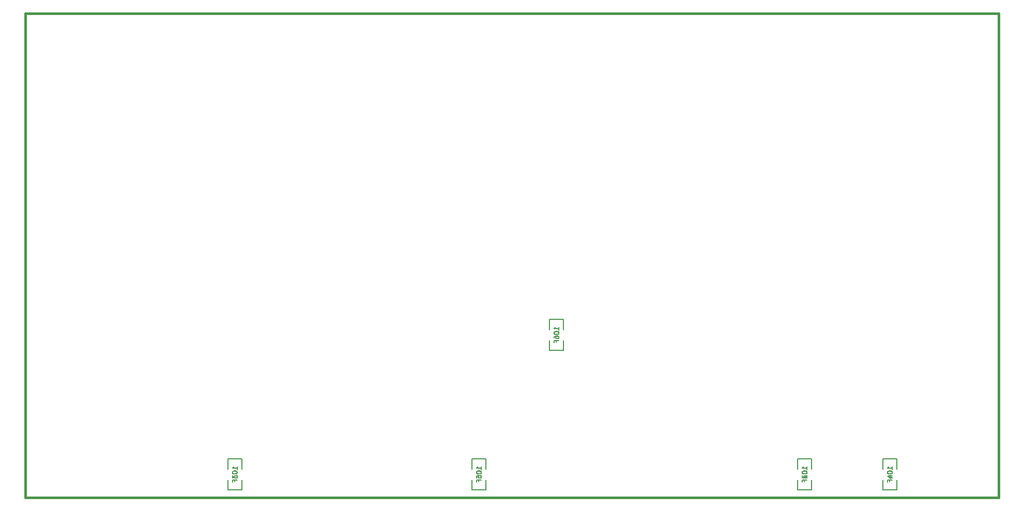
<source format=gbo>
G04 #@! TF.FileFunction,Legend,Bot*
%FSLAX46Y46*%
G04 Gerber Fmt 4.6, Leading zero omitted, Abs format (unit mm)*
G04 Created by KiCad (PCBNEW 4.0.5+dfsg1-4) date Wed May 24 14:07:58 2017*
%MOMM*%
%LPD*%
G01*
G04 APERTURE LIST*
%ADD10C,0.150000*%
%ADD11C,0.381000*%
%ADD12C,0.127000*%
G04 APERTURE END LIST*
D10*
D11*
X76200000Y-62865000D02*
X76200000Y-142240000D01*
X235585000Y-62865000D02*
X76200000Y-62865000D01*
X235585000Y-142240000D02*
X235585000Y-62865000D01*
X76200000Y-142240000D02*
X235585000Y-142240000D01*
D12*
X204978000Y-140970000D02*
X202692000Y-140970000D01*
X202692000Y-140970000D02*
X202692000Y-139319000D01*
X204978000Y-137541000D02*
X204978000Y-135890000D01*
X204978000Y-135890000D02*
X202692000Y-135890000D01*
X202692000Y-135890000D02*
X202692000Y-137541000D01*
X204978000Y-139319000D02*
X204978000Y-140970000D01*
X218948000Y-140970000D02*
X216662000Y-140970000D01*
X216662000Y-140970000D02*
X216662000Y-139319000D01*
X218948000Y-137541000D02*
X218948000Y-135890000D01*
X218948000Y-135890000D02*
X216662000Y-135890000D01*
X216662000Y-135890000D02*
X216662000Y-137541000D01*
X218948000Y-139319000D02*
X218948000Y-140970000D01*
X151638000Y-140970000D02*
X149352000Y-140970000D01*
X149352000Y-140970000D02*
X149352000Y-139319000D01*
X151638000Y-137541000D02*
X151638000Y-135890000D01*
X151638000Y-135890000D02*
X149352000Y-135890000D01*
X149352000Y-135890000D02*
X149352000Y-137541000D01*
X151638000Y-139319000D02*
X151638000Y-140970000D01*
X164338000Y-118110000D02*
X162052000Y-118110000D01*
X162052000Y-118110000D02*
X162052000Y-116459000D01*
X164338000Y-114681000D02*
X164338000Y-113030000D01*
X164338000Y-113030000D02*
X162052000Y-113030000D01*
X162052000Y-113030000D02*
X162052000Y-114681000D01*
X164338000Y-116459000D02*
X164338000Y-118110000D01*
X111633000Y-140970000D02*
X109347000Y-140970000D01*
X109347000Y-140970000D02*
X109347000Y-139319000D01*
X111633000Y-137541000D02*
X111633000Y-135890000D01*
X111633000Y-135890000D02*
X109347000Y-135890000D01*
X109347000Y-135890000D02*
X109347000Y-137541000D01*
X111633000Y-139319000D02*
X111633000Y-140970000D01*
X204107143Y-138303000D02*
X204143429Y-138266714D01*
X204179714Y-138157857D01*
X204179714Y-138085286D01*
X204143429Y-137976429D01*
X204070857Y-137903857D01*
X203998286Y-137867572D01*
X203853143Y-137831286D01*
X203744286Y-137831286D01*
X203599143Y-137867572D01*
X203526571Y-137903857D01*
X203454000Y-137976429D01*
X203417714Y-138085286D01*
X203417714Y-138157857D01*
X203454000Y-138266714D01*
X203490286Y-138303000D01*
X203490286Y-138593286D02*
X203454000Y-138629572D01*
X203417714Y-138702143D01*
X203417714Y-138883572D01*
X203454000Y-138956143D01*
X203490286Y-138992429D01*
X203562857Y-139028714D01*
X203635429Y-139028714D01*
X203744286Y-138992429D01*
X204179714Y-138557000D01*
X204179714Y-139028714D01*
X204179714Y-137613571D02*
X204179714Y-137178143D01*
X204179714Y-137395857D02*
X203417714Y-137395857D01*
X203526571Y-137323286D01*
X203599143Y-137250714D01*
X203635429Y-137178143D01*
X203417714Y-138085285D02*
X203417714Y-138157857D01*
X203454000Y-138230428D01*
X203490286Y-138266714D01*
X203562857Y-138303000D01*
X203708000Y-138339285D01*
X203889429Y-138339285D01*
X204034571Y-138303000D01*
X204107143Y-138266714D01*
X204143429Y-138230428D01*
X204179714Y-138157857D01*
X204179714Y-138085285D01*
X204143429Y-138012714D01*
X204107143Y-137976428D01*
X204034571Y-137940143D01*
X203889429Y-137903857D01*
X203708000Y-137903857D01*
X203562857Y-137940143D01*
X203490286Y-137976428D01*
X203454000Y-138012714D01*
X203417714Y-138085285D01*
X203671714Y-138665857D02*
X204179714Y-138665857D01*
X203744286Y-138665857D02*
X203708000Y-138702142D01*
X203671714Y-138774714D01*
X203671714Y-138883571D01*
X203708000Y-138956142D01*
X203780571Y-138992428D01*
X204179714Y-138992428D01*
X203780571Y-139609286D02*
X203780571Y-139355286D01*
X204179714Y-139355286D02*
X203417714Y-139355286D01*
X203417714Y-139718143D01*
X218077143Y-138303000D02*
X218113429Y-138266714D01*
X218149714Y-138157857D01*
X218149714Y-138085286D01*
X218113429Y-137976429D01*
X218040857Y-137903857D01*
X217968286Y-137867572D01*
X217823143Y-137831286D01*
X217714286Y-137831286D01*
X217569143Y-137867572D01*
X217496571Y-137903857D01*
X217424000Y-137976429D01*
X217387714Y-138085286D01*
X217387714Y-138157857D01*
X217424000Y-138266714D01*
X217460286Y-138303000D01*
X217641714Y-138956143D02*
X218149714Y-138956143D01*
X217351429Y-138774714D02*
X217895714Y-138593286D01*
X217895714Y-139065000D01*
X218149714Y-137613571D02*
X218149714Y-137178143D01*
X218149714Y-137395857D02*
X217387714Y-137395857D01*
X217496571Y-137323286D01*
X217569143Y-137250714D01*
X217605429Y-137178143D01*
X217387714Y-138085285D02*
X217387714Y-138157857D01*
X217424000Y-138230428D01*
X217460286Y-138266714D01*
X217532857Y-138303000D01*
X217678000Y-138339285D01*
X217859429Y-138339285D01*
X218004571Y-138303000D01*
X218077143Y-138266714D01*
X218113429Y-138230428D01*
X218149714Y-138157857D01*
X218149714Y-138085285D01*
X218113429Y-138012714D01*
X218077143Y-137976428D01*
X218004571Y-137940143D01*
X217859429Y-137903857D01*
X217678000Y-137903857D01*
X217532857Y-137940143D01*
X217460286Y-137976428D01*
X217424000Y-138012714D01*
X217387714Y-138085285D01*
X217641714Y-138665857D02*
X218149714Y-138665857D01*
X217714286Y-138665857D02*
X217678000Y-138702142D01*
X217641714Y-138774714D01*
X217641714Y-138883571D01*
X217678000Y-138956142D01*
X217750571Y-138992428D01*
X218149714Y-138992428D01*
X217750571Y-139609286D02*
X217750571Y-139355286D01*
X218149714Y-139355286D02*
X217387714Y-139355286D01*
X217387714Y-139718143D01*
X150767143Y-138303000D02*
X150803429Y-138266714D01*
X150839714Y-138157857D01*
X150839714Y-138085286D01*
X150803429Y-137976429D01*
X150730857Y-137903857D01*
X150658286Y-137867572D01*
X150513143Y-137831286D01*
X150404286Y-137831286D01*
X150259143Y-137867572D01*
X150186571Y-137903857D01*
X150114000Y-137976429D01*
X150077714Y-138085286D01*
X150077714Y-138157857D01*
X150114000Y-138266714D01*
X150150286Y-138303000D01*
X150077714Y-138992429D02*
X150077714Y-138629572D01*
X150440571Y-138593286D01*
X150404286Y-138629572D01*
X150368000Y-138702143D01*
X150368000Y-138883572D01*
X150404286Y-138956143D01*
X150440571Y-138992429D01*
X150513143Y-139028714D01*
X150694571Y-139028714D01*
X150767143Y-138992429D01*
X150803429Y-138956143D01*
X150839714Y-138883572D01*
X150839714Y-138702143D01*
X150803429Y-138629572D01*
X150767143Y-138593286D01*
X150839714Y-137613571D02*
X150839714Y-137178143D01*
X150839714Y-137395857D02*
X150077714Y-137395857D01*
X150186571Y-137323286D01*
X150259143Y-137250714D01*
X150295429Y-137178143D01*
X150077714Y-138085285D02*
X150077714Y-138157857D01*
X150114000Y-138230428D01*
X150150286Y-138266714D01*
X150222857Y-138303000D01*
X150368000Y-138339285D01*
X150549429Y-138339285D01*
X150694571Y-138303000D01*
X150767143Y-138266714D01*
X150803429Y-138230428D01*
X150839714Y-138157857D01*
X150839714Y-138085285D01*
X150803429Y-138012714D01*
X150767143Y-137976428D01*
X150694571Y-137940143D01*
X150549429Y-137903857D01*
X150368000Y-137903857D01*
X150222857Y-137940143D01*
X150150286Y-137976428D01*
X150114000Y-138012714D01*
X150077714Y-138085285D01*
X150331714Y-138665857D02*
X150839714Y-138665857D01*
X150404286Y-138665857D02*
X150368000Y-138702142D01*
X150331714Y-138774714D01*
X150331714Y-138883571D01*
X150368000Y-138956142D01*
X150440571Y-138992428D01*
X150839714Y-138992428D01*
X150440571Y-139609286D02*
X150440571Y-139355286D01*
X150839714Y-139355286D02*
X150077714Y-139355286D01*
X150077714Y-139718143D01*
X163467143Y-115443000D02*
X163503429Y-115406714D01*
X163539714Y-115297857D01*
X163539714Y-115225286D01*
X163503429Y-115116429D01*
X163430857Y-115043857D01*
X163358286Y-115007572D01*
X163213143Y-114971286D01*
X163104286Y-114971286D01*
X162959143Y-115007572D01*
X162886571Y-115043857D01*
X162814000Y-115116429D01*
X162777714Y-115225286D01*
X162777714Y-115297857D01*
X162814000Y-115406714D01*
X162850286Y-115443000D01*
X162777714Y-116096143D02*
X162777714Y-115951000D01*
X162814000Y-115878429D01*
X162850286Y-115842143D01*
X162959143Y-115769572D01*
X163104286Y-115733286D01*
X163394571Y-115733286D01*
X163467143Y-115769572D01*
X163503429Y-115805857D01*
X163539714Y-115878429D01*
X163539714Y-116023572D01*
X163503429Y-116096143D01*
X163467143Y-116132429D01*
X163394571Y-116168714D01*
X163213143Y-116168714D01*
X163140571Y-116132429D01*
X163104286Y-116096143D01*
X163068000Y-116023572D01*
X163068000Y-115878429D01*
X163104286Y-115805857D01*
X163140571Y-115769572D01*
X163213143Y-115733286D01*
X163539714Y-114753571D02*
X163539714Y-114318143D01*
X163539714Y-114535857D02*
X162777714Y-114535857D01*
X162886571Y-114463286D01*
X162959143Y-114390714D01*
X162995429Y-114318143D01*
X162777714Y-115225285D02*
X162777714Y-115297857D01*
X162814000Y-115370428D01*
X162850286Y-115406714D01*
X162922857Y-115443000D01*
X163068000Y-115479285D01*
X163249429Y-115479285D01*
X163394571Y-115443000D01*
X163467143Y-115406714D01*
X163503429Y-115370428D01*
X163539714Y-115297857D01*
X163539714Y-115225285D01*
X163503429Y-115152714D01*
X163467143Y-115116428D01*
X163394571Y-115080143D01*
X163249429Y-115043857D01*
X163068000Y-115043857D01*
X162922857Y-115080143D01*
X162850286Y-115116428D01*
X162814000Y-115152714D01*
X162777714Y-115225285D01*
X163031714Y-115805857D02*
X163539714Y-115805857D01*
X163104286Y-115805857D02*
X163068000Y-115842142D01*
X163031714Y-115914714D01*
X163031714Y-116023571D01*
X163068000Y-116096142D01*
X163140571Y-116132428D01*
X163539714Y-116132428D01*
X163140571Y-116749286D02*
X163140571Y-116495286D01*
X163539714Y-116495286D02*
X162777714Y-116495286D01*
X162777714Y-116858143D01*
X110762143Y-138303000D02*
X110798429Y-138266714D01*
X110834714Y-138157857D01*
X110834714Y-138085286D01*
X110798429Y-137976429D01*
X110725857Y-137903857D01*
X110653286Y-137867572D01*
X110508143Y-137831286D01*
X110399286Y-137831286D01*
X110254143Y-137867572D01*
X110181571Y-137903857D01*
X110109000Y-137976429D01*
X110072714Y-138085286D01*
X110072714Y-138157857D01*
X110109000Y-138266714D01*
X110145286Y-138303000D01*
X110072714Y-138557000D02*
X110072714Y-139028714D01*
X110363000Y-138774714D01*
X110363000Y-138883572D01*
X110399286Y-138956143D01*
X110435571Y-138992429D01*
X110508143Y-139028714D01*
X110689571Y-139028714D01*
X110762143Y-138992429D01*
X110798429Y-138956143D01*
X110834714Y-138883572D01*
X110834714Y-138665857D01*
X110798429Y-138593286D01*
X110762143Y-138557000D01*
X110834714Y-137613571D02*
X110834714Y-137178143D01*
X110834714Y-137395857D02*
X110072714Y-137395857D01*
X110181571Y-137323286D01*
X110254143Y-137250714D01*
X110290429Y-137178143D01*
X110072714Y-138085285D02*
X110072714Y-138157857D01*
X110109000Y-138230428D01*
X110145286Y-138266714D01*
X110217857Y-138303000D01*
X110363000Y-138339285D01*
X110544429Y-138339285D01*
X110689571Y-138303000D01*
X110762143Y-138266714D01*
X110798429Y-138230428D01*
X110834714Y-138157857D01*
X110834714Y-138085285D01*
X110798429Y-138012714D01*
X110762143Y-137976428D01*
X110689571Y-137940143D01*
X110544429Y-137903857D01*
X110363000Y-137903857D01*
X110217857Y-137940143D01*
X110145286Y-137976428D01*
X110109000Y-138012714D01*
X110072714Y-138085285D01*
X110326714Y-138665857D02*
X110834714Y-138665857D01*
X110399286Y-138665857D02*
X110363000Y-138702142D01*
X110326714Y-138774714D01*
X110326714Y-138883571D01*
X110363000Y-138956142D01*
X110435571Y-138992428D01*
X110834714Y-138992428D01*
X110435571Y-139609286D02*
X110435571Y-139355286D01*
X110834714Y-139355286D02*
X110072714Y-139355286D01*
X110072714Y-139718143D01*
M02*

</source>
